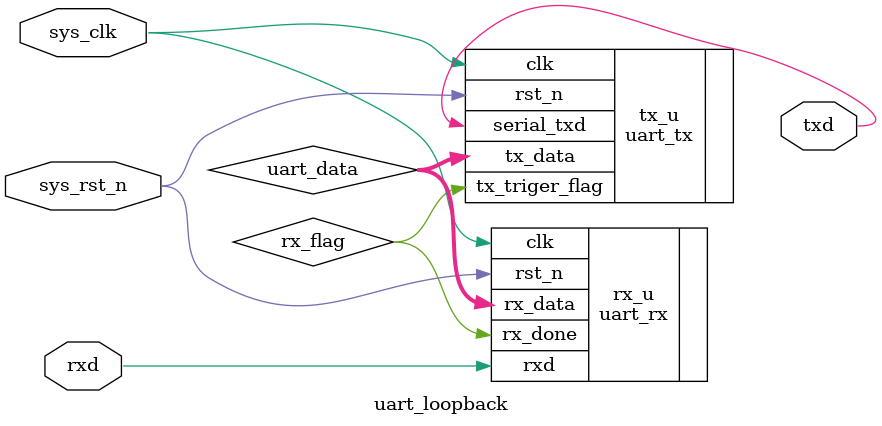
<source format=v>
module uart_loopback(
	input	wire	sys_clk,
	input	wire	sys_rst_n,
	
	input	wire	rxd,
	output	wire	txd
);

	wire[7:0]	uart_data;
	wire		rx_flag;
	
	// ÓÐÏÈºó¹ØÏµ???
	uart_rx rx_u(
		.clk				(sys_clk),
		.rst_n				(sys_rst_n),
		.rxd				(rxd),
		
		.rx_data			(uart_data),
		.rx_done			(rx_flag)
	);
	
	uart_tx	tx_u(
		.clk				(sys_clk),
		.rst_n				(sys_rst_n),
		.tx_triger_flag		(rx_flag),
		.tx_data			(uart_data),
		
		.serial_txd			(txd)		// ´®ÐÐÊä³ö£¬Ò»¸ùÏß
	);

endmodule

</source>
